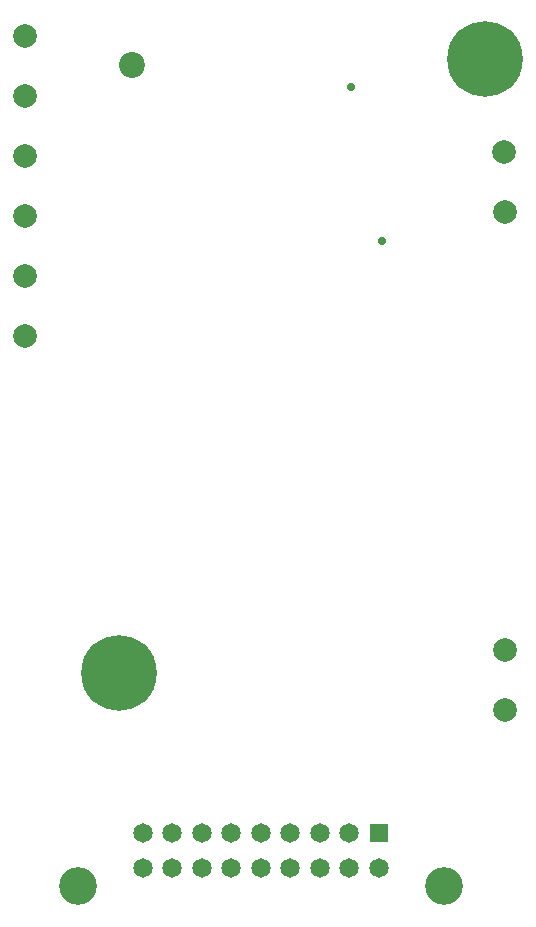
<source format=gbr>
G04 #@! TF.GenerationSoftware,KiCad,Pcbnew,(5.1.2)-2*
G04 #@! TF.CreationDate,2020-03-09T10:31:12+01:00*
G04 #@! TF.ProjectId,ETBC_2020,45544243-5f32-4303-9230-2e6b69636164,rev?*
G04 #@! TF.SameCoordinates,Original*
G04 #@! TF.FileFunction,Soldermask,Bot*
G04 #@! TF.FilePolarity,Negative*
%FSLAX46Y46*%
G04 Gerber Fmt 4.6, Leading zero omitted, Abs format (unit mm)*
G04 Created by KiCad (PCBNEW (5.1.2)-2) date 2020-03-09 10:31:12*
%MOMM*%
%LPD*%
G04 APERTURE LIST*
%ADD10C,2.000000*%
%ADD11C,0.800000*%
%ADD12C,6.400000*%
%ADD13C,0.700000*%
%ADD14C,2.200000*%
%ADD15R,1.650000X1.650000*%
%ADD16C,1.650000*%
%ADD17C,3.200000*%
G04 APERTURE END LIST*
D10*
X120700000Y-80000000D03*
X120700000Y-85080000D03*
X120624600Y-37820000D03*
X120700000Y-42900000D03*
X80000000Y-48320000D03*
X80000000Y-53400000D03*
X80000000Y-43240000D03*
X80000000Y-38160000D03*
X80000000Y-33080000D03*
X80000000Y-28000000D03*
D11*
X120697056Y-28302944D03*
X119000000Y-27600000D03*
X117302944Y-28302944D03*
X116600000Y-30000000D03*
X117302944Y-31697056D03*
X119000000Y-32400000D03*
X120697056Y-31697056D03*
X121400000Y-30000000D03*
D12*
X119000000Y-30000000D03*
D11*
X89697056Y-80302944D03*
X88000000Y-79600000D03*
X86302944Y-80302944D03*
X85600000Y-82000000D03*
X86302944Y-83697056D03*
X88000000Y-84400000D03*
X89697056Y-83697056D03*
X90400000Y-82000000D03*
D12*
X88000000Y-82000000D03*
D13*
X107666000Y-32374700D03*
X110266000Y-45374700D03*
D14*
X89054000Y-30452700D03*
D15*
X110000000Y-95500000D03*
D16*
X107500000Y-95500000D03*
X105000000Y-95500000D03*
X102500000Y-95500000D03*
X100000000Y-95500000D03*
X97500000Y-95500000D03*
X95000000Y-95500000D03*
X92500000Y-95500000D03*
X90000000Y-95500000D03*
X110000000Y-98500000D03*
X107500000Y-98500000D03*
X105000000Y-98500000D03*
D17*
X84500000Y-100000000D03*
X115500000Y-100000000D03*
D16*
X102500000Y-98500000D03*
X100000000Y-98500000D03*
X97500000Y-98500000D03*
X95000000Y-98500000D03*
X92500000Y-98500000D03*
X90000000Y-98500000D03*
M02*

</source>
